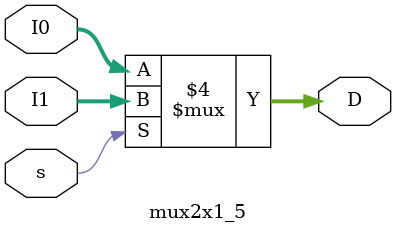
<source format=v>
`timescale 1ns / 1ps
module mux2x1_5(I1, I0, s, D);
   input [4:0] I1, I0;
   input s;
   output reg [4:0] D;
   
   always @(I1, I0, s)
   begin
      if (!s) begin
         D = I0;
      end
      else begin
         D = I1;
      end
   end
endmodule

</source>
